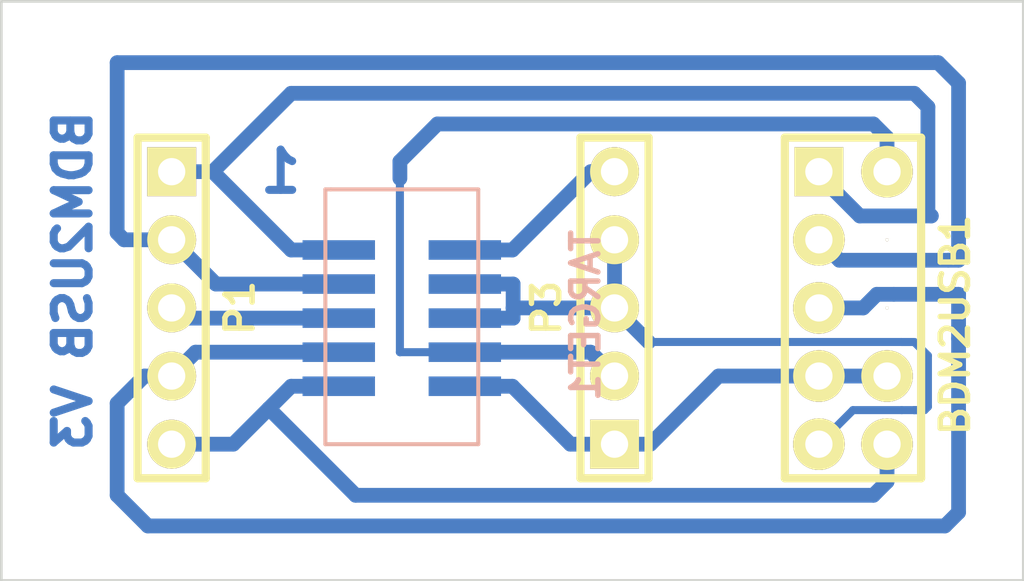
<source format=kicad_pcb>
(kicad_pcb (version 3) (host pcbnew "(2013-07-07 BZR 4022)-stable")

  (general
    (links 19)
    (no_connects 0)
    (area 41.953667 24.079999 83.870001 45.770001)
    (thickness 1.6)
    (drawings 6)
    (tracks 86)
    (zones 0)
    (modules 4)
    (nets 10)
  )

  (page A4 portrait)
  (layers
    (15 F.Cu signal)
    (0 B.Cu signal)
    (16 B.Adhes user)
    (17 F.Adhes user)
    (18 B.Paste user)
    (19 F.Paste user)
    (20 B.SilkS user)
    (21 F.SilkS user)
    (22 B.Mask user)
    (23 F.Mask user)
    (24 Dwgs.User user)
    (25 Cmts.User user)
    (26 Eco1.User user)
    (27 Eco2.User user)
    (28 Edge.Cuts user)
  )

  (setup
    (last_trace_width 0.35)
    (user_trace_width 0.3)
    (trace_clearance 0.025)
    (zone_clearance 0.508)
    (zone_45_only no)
    (trace_min 0.254)
    (segment_width 0.2)
    (edge_width 0.1)
    (via_size 0.889)
    (via_drill 0.635)
    (via_min_size 0.889)
    (via_min_drill 0.508)
    (uvia_size 0.508)
    (uvia_drill 0.127)
    (uvias_allowed no)
    (uvia_min_size 0.508)
    (uvia_min_drill 0.127)
    (pcb_text_width 0.3)
    (pcb_text_size 1.5 1.5)
    (mod_edge_width 0.15)
    (mod_text_size 1 1)
    (mod_text_width 0.15)
    (pad_size 0.11 0.11)
    (pad_drill 0.1)
    (pad_to_mask_clearance 0)
    (aux_axis_origin 0 0)
    (visible_elements 7FFFFFFF)
    (pcbplotparams
      (layerselection 268435457)
      (usegerberextensions false)
      (excludeedgelayer false)
      (linewidth 0.150000)
      (plotframeref false)
      (viasonmask false)
      (mode 1)
      (useauxorigin false)
      (hpglpennumber 1)
      (hpglpenspeed 20)
      (hpglpendiameter 15)
      (hpglpenoverlay 2)
      (psnegative false)
      (psa4output false)
      (plotreference true)
      (plotvalue true)
      (plotothertext true)
      (plotinvisibletext false)
      (padsonsilk false)
      (subtractmaskfromsilk false)
      (outputformat 2)
      (mirror false)
      (drillshape 1)
      (scaleselection 1)
      (outputdirectory "C:/Documents and Settings/cn/Desktop/bdm2usb/"))
  )

  (net 0 "")
  (net 1 DSCK)
  (net 2 DSDI)
  (net 3 DSDO)
  (net 4 GND)
  (net 5 HRESET)
  (net 6 N-000001)
  (net 7 N-000002)
  (net 8 POWER)
  (net 9 SRESET)

  (net_class Default "This is the default net class."
    (clearance 0.025)
    (trace_width 0.35)
    (via_dia 0.889)
    (via_drill 0.635)
    (uvia_dia 0.508)
    (uvia_drill 0.127)
    (add_net "")
  )

  (net_class thicker ""
    (clearance 0.025)
    (trace_width 0.55)
    (via_dia 0.889)
    (via_drill 0.635)
    (uvia_dia 0.508)
    (uvia_drill 0.127)
    (add_net DSCK)
    (add_net DSDI)
    (add_net DSDO)
    (add_net GND)
    (add_net HRESET)
    (add_net N-000001)
    (add_net N-000002)
    (add_net POWER)
    (add_net SRESET)
  )

  (module PIN_ARRAY_5x2_1.27mm (layer B.Cu) (tedit 5526E6AE) (tstamp 5692D418)
    (at 63.5 40.64 90)
    (descr "Double rangee de contacts 2 x 5 pins")
    (tags CONN)
    (path /5526E64B)
    (fp_text reference TARGET1 (at 4.8 4 90) (layer B.SilkS)
      (effects (font (size 1.016 1.016) (thickness 0.2032)) (justify mirror))
    )
    (fp_text value CONN_5X2 (at 4.8 2.2 90) (layer B.SilkS) hide
      (effects (font (size 1.016 1.016) (thickness 0.2032)) (justify mirror))
    )
    (fp_line (start 0 0) (end 9.5 0) (layer B.SilkS) (width 0.15))
    (fp_line (start 9.5 0) (end 9.5 -5.5) (layer B.SilkS) (width 0.15))
    (fp_line (start 9.5 -5.5) (end 9.5 -5.7) (layer B.SilkS) (width 0.15))
    (fp_line (start 9.5 -5.7) (end 0 -5.7) (layer B.SilkS) (width 0.15))
    (fp_line (start 0 -5.7) (end 0 0) (layer B.SilkS) (width 0.15))
    (pad "" connect circle (at 0.5 -2.85 90) (size 1.29 1.29)
      (layers B.Mask)
      (zone_connect 0)
    )
    (pad "" connect circle (at 8.9 -2.85 90) (size 1.29 1.29)
      (layers B.Mask)
      (zone_connect 0)
    )
    (pad 2 smd rect (at 2.16 -0.5 90) (size 0.73 2.7)
      (layers B.Cu B.Paste B.Mask)
      (net 8 POWER)
    )
    (pad 4 smd rect (at 3.43 -0.5 90) (size 0.73 2.7)
      (layers B.Cu B.Paste B.Mask)
      (net 5 HRESET)
    )
    (pad 6 smd rect (at 4.7 -0.5 90) (size 0.73 2.7)
      (layers B.Cu B.Paste B.Mask)
      (net 4 GND)
    )
    (pad 8 smd rect (at 5.97 -0.5 90) (size 0.73 2.7)
      (layers B.Cu B.Paste B.Mask)
      (net 4 GND)
    )
    (pad 10 smd rect (at 7.24 -0.5 90) (size 0.73 2.7)
      (layers B.Cu B.Paste B.Mask)
      (net 6 N-000001)
    )
    (pad 1 smd rect (at 2.16 -5.2 90) (size 0.73 2.7)
      (layers B.Cu B.Paste B.Mask)
      (net 3 DSDO)
    )
    (pad 3 smd rect (at 3.43 -5.2 90) (size 0.73 2.7)
      (layers B.Cu B.Paste B.Mask)
      (net 2 DSDI)
    )
    (pad 5 smd rect (at 4.7 -5.2 90) (size 0.73 2.7)
      (layers B.Cu B.Paste B.Mask)
      (net 7 N-000002)
    )
    (pad 7 smd rect (at 5.97 -5.2 90) (size 0.73 2.7)
      (layers B.Cu B.Paste B.Mask)
      (net 1 DSCK)
    )
    (pad 9 smd rect (at 7.24 -5.2 90) (size 0.73 2.7)
      (layers B.Cu B.Paste B.Mask)
      (net 9 SRESET)
    )
    (model pin_array/pins_array_5x2.wrl
      (at (xyz 0 0 0))
      (scale (xyz 1 1 1))
      (rotate (xyz 0 0 0))
    )
  )

  (module PIN_ARRAY_5x2 (layer F.Cu) (tedit 5692DBD4) (tstamp 5692D42A)
    (at 77.47 35.56 270)
    (descr "Double rangee de contacts 2 x 5 pins")
    (tags CONN)
    (path /5692D17B)
    (fp_text reference BDM2USB1 (at 0.635 -3.81 270) (layer F.SilkS)
      (effects (font (size 1.016 1.016) (thickness 0.2032)))
    )
    (fp_text value CONN_5X2 (at 0 -3.81 270) (layer F.SilkS) hide
      (effects (font (size 1.016 1.016) (thickness 0.2032)))
    )
    (fp_line (start -6.35 -2.54) (end 6.35 -2.54) (layer F.SilkS) (width 0.3048))
    (fp_line (start 6.35 -2.54) (end 6.35 2.54) (layer F.SilkS) (width 0.3048))
    (fp_line (start 6.35 2.54) (end -6.35 2.54) (layer F.SilkS) (width 0.3048))
    (fp_line (start -6.35 2.54) (end -6.35 -2.54) (layer F.SilkS) (width 0.3048))
    (pad 1 thru_hole rect (at -5.08 1.27 270) (size 1.824 1.824) (drill 1.016)
      (layers *.Cu *.Mask F.SilkS)
      (net 9 SRESET)
    )
    (pad 2 thru_hole circle (at -5.08 -1.27 270) (size 1.924 1.924) (drill 1.016)
      (layers *.Cu *.Mask F.SilkS)
      (net 5 HRESET)
    )
    (pad 3 thru_hole circle (at -2.54 1.27 270) (size 1.924 1.924) (drill 1.016)
      (layers *.Cu *.Mask F.SilkS)
      (net 1 DSCK)
    )
    (pad 4 thru_hole circle (at -2.54 -1.27 270) (size 0.11 0.11) (drill 0.1)
      (layers *.Cu *.Mask F.SilkS)
    )
    (pad 5 thru_hole circle (at 0 1.27 270) (size 1.924 1.924) (drill 1.016)
      (layers *.Cu *.Mask F.SilkS)
      (net 2 DSDI)
    )
    (pad 6 thru_hole circle (at 0 -1.27 270) (size 0.11 0.11) (drill 0.1)
      (layers *.Cu *.Mask F.SilkS)
    )
    (pad 7 thru_hole circle (at 2.54 1.27 270) (size 1.924 1.924) (drill 1.016)
      (layers *.Cu *.Mask F.SilkS)
      (net 8 POWER)
    )
    (pad 8 thru_hole circle (at 2.54 -1.27 270) (size 1.924 1.924) (drill 1.016)
      (layers *.Cu *.Mask F.SilkS)
      (net 8 POWER)
    )
    (pad 9 thru_hole circle (at 5.08 1.27 270) (size 1.924 1.924) (drill 1.016)
      (layers *.Cu *.Mask F.SilkS)
      (net 4 GND)
    )
    (pad 10 thru_hole circle (at 5.08 -1.27 270) (size 1.924 1.924) (drill 1.016)
      (layers *.Cu *.Mask F.SilkS)
      (net 3 DSDO)
    )
    (model pin_array/pins_array_5x2.wrl
      (at (xyz 0 0 0))
      (scale (xyz 1 1 1))
      (rotate (xyz 0 0 0))
    )
  )

  (module PIN_ARRAY_5x1 (layer F.Cu) (tedit 5526EB56) (tstamp 5692D437)
    (at 68.58 35.56 90)
    (descr "Double rangee de contacts 2 x 5 pins")
    (tags CONN)
    (path /5526D6D3)
    (fp_text reference P3 (at 0 -2.54 90) (layer F.SilkS)
      (effects (font (size 1.016 1.016) (thickness 0.2032)))
    )
    (fp_text value CONN_5 (at 0 2.54 90) (layer F.SilkS) hide
      (effects (font (size 1.016 1.016) (thickness 0.2032)))
    )
    (fp_line (start -6.35 -1.27) (end -6.35 1.27) (layer F.SilkS) (width 0.3048))
    (fp_line (start 6.35 1.27) (end 6.35 -1.27) (layer F.SilkS) (width 0.3048))
    (fp_line (start -6.35 -1.27) (end 6.35 -1.27) (layer F.SilkS) (width 0.3048))
    (fp_line (start 6.35 1.27) (end -6.35 1.27) (layer F.SilkS) (width 0.3048))
    (pad 1 thru_hole rect (at -5.08 0 90) (size 1.824 1.824) (drill 1.016)
      (layers *.Cu *.Mask F.SilkS)
      (net 8 POWER)
    )
    (pad 2 thru_hole circle (at -2.54 0 90) (size 1.824 1.824) (drill 1.016)
      (layers *.Cu *.Mask F.SilkS)
      (net 5 HRESET)
    )
    (pad 3 thru_hole circle (at 0 0 90) (size 1.824 1.824) (drill 1.016)
      (layers *.Cu *.Mask F.SilkS)
      (net 4 GND)
    )
    (pad 4 thru_hole circle (at 2.54 0 90) (size 1.824 1.824) (drill 1.016)
      (layers *.Cu *.Mask F.SilkS)
      (net 4 GND)
    )
    (pad 5 thru_hole circle (at 5.08 0 90) (size 1.824 1.824) (drill 1.016)
      (layers *.Cu *.Mask F.SilkS)
      (net 6 N-000001)
    )
    (model pin_array/pins_array_5x1.wrl
      (at (xyz 0 0 0))
      (scale (xyz 1 1 1))
      (rotate (xyz 0 0 0))
    )
  )

  (module PIN_ARRAY_5x1 (layer F.Cu) (tedit 5526EB56) (tstamp 5692D444)
    (at 52.07 35.56 270)
    (descr "Double rangee de contacts 2 x 5 pins")
    (tags CONN)
    (path /5526D6E0)
    (fp_text reference P1 (at 0 -2.54 270) (layer F.SilkS)
      (effects (font (size 1.016 1.016) (thickness 0.2032)))
    )
    (fp_text value CONN_5 (at 0 2.54 270) (layer F.SilkS) hide
      (effects (font (size 1.016 1.016) (thickness 0.2032)))
    )
    (fp_line (start -6.35 -1.27) (end -6.35 1.27) (layer F.SilkS) (width 0.3048))
    (fp_line (start 6.35 1.27) (end 6.35 -1.27) (layer F.SilkS) (width 0.3048))
    (fp_line (start -6.35 -1.27) (end 6.35 -1.27) (layer F.SilkS) (width 0.3048))
    (fp_line (start 6.35 1.27) (end -6.35 1.27) (layer F.SilkS) (width 0.3048))
    (pad 1 thru_hole rect (at -5.08 0 270) (size 1.824 1.824) (drill 1.016)
      (layers *.Cu *.Mask F.SilkS)
      (net 9 SRESET)
    )
    (pad 2 thru_hole circle (at -2.54 0 270) (size 1.824 1.824) (drill 1.016)
      (layers *.Cu *.Mask F.SilkS)
      (net 1 DSCK)
    )
    (pad 3 thru_hole circle (at 0 0 270) (size 1.824 1.824) (drill 1.016)
      (layers *.Cu *.Mask F.SilkS)
      (net 7 N-000002)
    )
    (pad 4 thru_hole circle (at 2.54 0 270) (size 1.824 1.824) (drill 1.016)
      (layers *.Cu *.Mask F.SilkS)
      (net 2 DSDI)
    )
    (pad 5 thru_hole circle (at 5.08 0 270) (size 1.824 1.824) (drill 1.016)
      (layers *.Cu *.Mask F.SilkS)
      (net 3 DSDO)
    )
    (model pin_array/pins_array_5x1.wrl
      (at (xyz 0 0 0))
      (scale (xyz 1 1 1))
      (rotate (xyz 0 0 0))
    )
  )

  (gr_line (start 45.72 45.72) (end 83.82 45.72) (angle 90) (layer Edge.Cuts) (width 0.1))
  (gr_line (start 45.72 24.13) (end 45.72 45.72) (angle 90) (layer Edge.Cuts) (width 0.1))
  (gr_line (start 83.82 24.13) (end 45.72 24.13) (angle 90) (layer Edge.Cuts) (width 0.1))
  (gr_line (start 83.82 45.72) (end 83.82 24.13) (angle 90) (layer Edge.Cuts) (width 0.1))
  (gr_text "BDM2USB V3" (at 48.387 34.544 90) (layer B.Cu)
    (effects (font (size 1.3 1.3) (thickness 0.3)) (justify mirror))
  )
  (gr_text 1 (at 56.134 30.48) (layer B.Cu)
    (effects (font (size 1.5 1.5) (thickness 0.3)) (justify mirror))
  )

  (segment (start 81.407 27.178) (end 80.645 26.416) (width 0.55) (layer B.Cu) (net 1))
  (segment (start 80.645 26.416) (end 80.518 26.416) (width 0.55) (layer B.Cu) (net 1) (tstamp 56998D07))
  (segment (start 81.026 33.782) (end 81.407 33.782) (width 0.55) (layer B.Cu) (net 1))
  (segment (start 50.292 33.02) (end 50.037544 32.758407) (width 0.55) (layer B.Cu) (net 1) (tstamp 56998BC2))
  (segment (start 50.292 33.02) (end 52.07 33.02) (width 0.55) (layer B.Cu) (net 1))
  (segment (start 50.038 26.416) (end 80.518 26.416) (width 0.55) (layer B.Cu) (net 1) (tstamp 56998BC9))
  (segment (start 50.037544 32.758407) (end 50.038 26.416) (width 0.55) (layer B.Cu) (net 1) (tstamp 56998BC8))
  (segment (start 81.026 33.782) (end 76.962 33.782) (width 0.55) (layer B.Cu) (net 1) (tstamp 56998BD7))
  (segment (start 76.2 33.02) (end 76.962 33.782) (width 0.55) (layer B.Cu) (net 1) (tstamp 56998BD8))
  (segment (start 81.407 33.782) (end 81.407 27.178) (width 0.55) (layer B.Cu) (net 1) (tstamp 56998CF9))
  (segment (start 53.72 34.67) (end 58.3 34.67) (width 0.55) (layer B.Cu) (net 1))
  (segment (start 52.07 33.02) (end 53.72 34.67) (width 0.55) (layer B.Cu) (net 1))
  (segment (start 81.407 36.703) (end 81.407 35.052) (width 0.55) (layer B.Cu) (net 2))
  (segment (start 77.851 35.56) (end 78.359 35.052) (width 0.55) (layer B.Cu) (net 2) (tstamp 56998B85))
  (segment (start 78.359 35.052) (end 78.994 35.052) (width 0.55) (layer B.Cu) (net 2) (tstamp 56998B8C))
  (segment (start 81.407 36.703) (end 81.407 43.18) (width 0.55) (layer B.Cu) (net 2) (tstamp 56998B95))
  (segment (start 81.407 43.18) (end 80.899 43.688) (width 0.55) (layer B.Cu) (net 2) (tstamp 56998B98))
  (segment (start 80.899 43.688) (end 51.181 43.688) (width 0.55) (layer B.Cu) (net 2) (tstamp 56998B9B))
  (segment (start 51.181 43.688) (end 50.038 42.545) (width 0.55) (layer B.Cu) (net 2) (tstamp 56998BA2))
  (segment (start 50.038 42.545) (end 50.038 39.116) (width 0.55) (layer B.Cu) (net 2) (tstamp 56998BA4))
  (segment (start 50.038 39.116) (end 51.054 38.1) (width 0.55) (layer B.Cu) (net 2) (tstamp 56998BA7))
  (segment (start 52.07 38.1) (end 51.054 38.1) (width 0.55) (layer B.Cu) (net 2) (tstamp 56998BA9))
  (segment (start 77.851 35.56) (end 76.2 35.56) (width 0.55) (layer B.Cu) (net 2))
  (segment (start 81.407 35.052) (end 78.994 35.052) (width 0.55) (layer B.Cu) (net 2) (tstamp 56998CEC))
  (segment (start 52.96 37.21) (end 52.07 38.1) (width 0.55) (layer B.Cu) (net 2))
  (segment (start 58.3 37.21) (end 52.96 37.21) (width 0.55) (layer B.Cu) (net 2))
  (segment (start 78.74 40.64) (end 78.74 42.037) (width 0.55) (layer B.Cu) (net 3))
  (segment (start 58.928 42.545) (end 55.69385 39.31085) (width 0.55) (layer B.Cu) (net 3) (tstamp 56998B74))
  (segment (start 78.232 42.545) (end 58.928 42.545) (width 0.55) (layer B.Cu) (net 3) (tstamp 56998B72))
  (segment (start 78.74 42.037) (end 78.232 42.545) (width 0.55) (layer B.Cu) (net 3) (tstamp 56998B70))
  (segment (start 54.3647 40.64) (end 55.69385 39.31085) (width 0.55) (layer B.Cu) (net 3))
  (segment (start 55.69385 39.31085) (end 56.5247 38.48) (width 0.55) (layer B.Cu) (net 3) (tstamp 56998B7A))
  (segment (start 52.07 40.64) (end 54.3647 40.64) (width 0.55) (layer B.Cu) (net 3))
  (segment (start 57.4124 38.48) (end 56.5247 38.48) (width 0.55) (layer B.Cu) (net 3))
  (segment (start 57.4124 38.48) (end 58.3 38.48) (width 0.35) (layer B.Cu) (net 3))
  (segment (start 79.756 39.37) (end 80.137 39.37) (width 0.3) (layer B.Cu) (net 4))
  (segment (start 80.264 39.243) (end 80.264 37.338) (width 0.3) (layer B.Cu) (net 4) (tstamp 56998C54))
  (segment (start 80.264 37.338) (end 79.756 36.83) (width 0.3) (layer B.Cu) (net 4) (tstamp 56998C55))
  (segment (start 79.756 36.83) (end 79.2673 36.83) (width 0.3) (layer B.Cu) (net 4) (tstamp 56998C57))
  (segment (start 79.2673 36.83) (end 79.2672 36.8299) (width 0.3) (layer B.Cu) (net 4) (tstamp 56998C58))
  (segment (start 69.8499 36.8299) (end 79.2672 36.8299) (width 0.3) (layer B.Cu) (net 4))
  (segment (start 69.8499 36.8299) (end 68.58 35.56) (width 0.55) (layer B.Cu) (net 4))
  (segment (start 80.137 39.37) (end 80.264 39.243) (width 0.3) (layer B.Cu) (net 4) (tstamp 56998C69))
  (segment (start 79.2879 39.37) (end 79.756 39.37) (width 0.3) (layer B.Cu) (net 4))
  (segment (start 79.756 39.37) (end 80.01 39.37) (width 0.3) (layer B.Cu) (net 4) (tstamp 56998C67))
  (segment (start 79.2879 39.37) (end 77.47 39.37) (width 0.3) (layer B.Cu) (net 4))
  (segment (start 77.47 39.37) (end 76.2 40.64) (width 0.3) (layer B.Cu) (net 4))
  (segment (start 63 34.67) (end 64.8 34.67) (width 0.55) (layer B.Cu) (net 4))
  (segment (start 63 35.94) (end 64.8 35.94) (width 0.55) (layer B.Cu) (net 4))
  (segment (start 68.58 35.56) (end 64.8 35.56) (width 0.55) (layer B.Cu) (net 4))
  (segment (start 64.8 34.67) (end 64.8 35.56) (width 0.55) (layer B.Cu) (net 4))
  (segment (start 64.8 35.56) (end 64.8 35.94) (width 0.55) (layer B.Cu) (net 4))
  (segment (start 68.58 33.02) (end 68.58 35.56) (width 0.55) (layer B.Cu) (net 4))
  (segment (start 63 37.21) (end 60.58 37.21) (width 0.3) (layer B.Cu) (net 5))
  (segment (start 78.74 29.21) (end 78.232 28.702) (width 0.55) (layer B.Cu) (net 5) (tstamp 56998C1D))
  (segment (start 78.232 28.702) (end 61.976 28.702) (width 0.55) (layer B.Cu) (net 5) (tstamp 56998C21))
  (segment (start 61.976 28.702) (end 60.579 30.099) (width 0.55) (layer B.Cu) (net 5) (tstamp 56998C24))
  (segment (start 60.579 30.099) (end 60.579 30.734) (width 0.55) (layer B.Cu) (net 5) (tstamp 56998C2B))
  (segment (start 78.74 29.21) (end 78.74 30.48) (width 0.55) (layer B.Cu) (net 5))
  (segment (start 60.579 37.209) (end 60.579 30.734) (width 0.3) (layer B.Cu) (net 5) (tstamp 56998C36))
  (segment (start 60.58 37.21) (end 60.579 37.209) (width 0.3) (layer B.Cu) (net 5) (tstamp 56998C34))
  (segment (start 67.69 37.21) (end 63 37.21) (width 0.55) (layer B.Cu) (net 5))
  (segment (start 68.58 38.1) (end 67.69 37.21) (width 0.55) (layer B.Cu) (net 5))
  (segment (start 67.6953 30.48) (end 64.7753 33.4) (width 0.55) (layer B.Cu) (net 6))
  (segment (start 68.58 30.48) (end 67.6953 30.48) (width 0.55) (layer B.Cu) (net 6))
  (segment (start 63 33.4) (end 64.7753 33.4) (width 0.55) (layer B.Cu) (net 6))
  (segment (start 58.3 35.94) (end 52.45 35.94) (width 0.55) (layer B.Cu) (net 7))
  (segment (start 52.45 35.94) (end 52.07 35.56) (width 0.55) (layer B.Cu) (net 7) (tstamp 56998AD9))
  (segment (start 63 38.48) (end 64.7753 38.48) (width 0.55) (layer B.Cu) (net 8))
  (segment (start 66.9353 40.64) (end 68.58 40.64) (width 0.55) (layer B.Cu) (net 8))
  (segment (start 64.7753 38.48) (end 66.9353 40.64) (width 0.55) (layer B.Cu) (net 8))
  (segment (start 68.58 40.64) (end 69.9173 40.64) (width 0.55) (layer B.Cu) (net 8))
  (segment (start 72.4573 38.1) (end 76.2 38.1) (width 0.55) (layer B.Cu) (net 8))
  (segment (start 69.9173 40.64) (end 72.4573 38.1) (width 0.55) (layer B.Cu) (net 8))
  (segment (start 76.2 38.1) (end 78.74 38.1) (width 0.55) (layer B.Cu) (net 8))
  (segment (start 76.2 30.48) (end 76.2 30.607) (width 0.55) (layer B.Cu) (net 9))
  (segment (start 56.5257 27.559) (end 53.6047 30.48) (width 0.55) (layer B.Cu) (net 9) (tstamp 56998C13))
  (segment (start 79.756 27.559) (end 56.5257 27.559) (width 0.55) (layer B.Cu) (net 9) (tstamp 56998C0B))
  (segment (start 80.264 28.067) (end 79.756 27.559) (width 0.55) (layer B.Cu) (net 9) (tstamp 56998C0A))
  (segment (start 80.264 32.004) (end 80.264 28.067) (width 0.55) (layer B.Cu) (net 9) (tstamp 56998C05))
  (segment (start 80.391 32.131) (end 80.264 32.004) (width 0.55) (layer B.Cu) (net 9) (tstamp 56998C04))
  (segment (start 77.724 32.131) (end 80.391 32.131) (width 0.55) (layer B.Cu) (net 9) (tstamp 56998C01))
  (segment (start 76.2 30.607) (end 77.724 32.131) (width 0.55) (layer B.Cu) (net 9) (tstamp 56998BFE))
  (segment (start 53.6047 30.48) (end 56.5247 33.4) (width 0.55) (layer B.Cu) (net 9))
  (segment (start 52.07 30.48) (end 53.6047 30.48) (width 0.55) (layer B.Cu) (net 9))
  (segment (start 58.3 33.4) (end 56.5247 33.4) (width 0.55) (layer B.Cu) (net 9))

)

</source>
